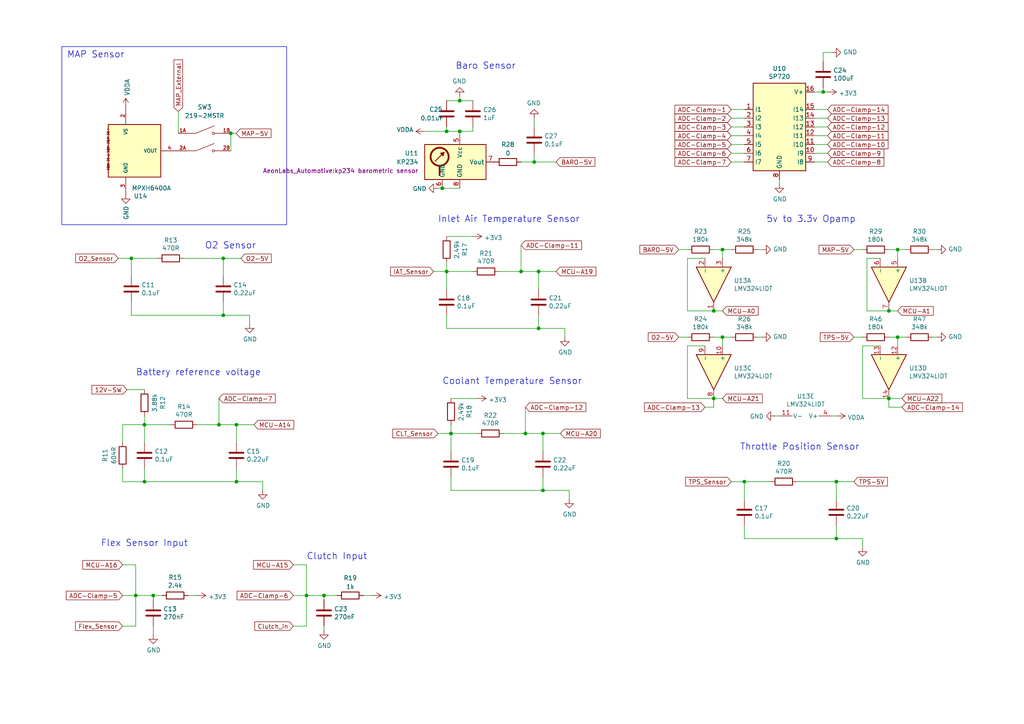
<source format=kicad_sch>
(kicad_sch (version 20230121) (generator eeschema)
  (paper "A4")
  (lib_symbols
    (symbol "AeonLabs_Automotive:KP234"
      (property "Reference" "U18" (at -10.8966 2.3114 0))
      (property "Value" "KP234" (at -10.8966 0 0))
      (property "Footprint" "AeonLabs_Automotive:kp234 barometric sensor" (at -10.8966 -2.3114 0))
      (symbol "KP234_0_1"
        (circle (center -5.842 1.524) (radius 2.6162) (stroke (width 0.508)))
        (polyline (pts (xy -7.112 0.254) (xy -4.572 2.794)) (stroke (width 0.254)))
        (polyline (pts (xy -5.842 -1.27) (xy -5.842 -3.81)) (stroke (width 0.508)))
        (polyline (pts (xy -4.572 2.794) (xy -4.826 1.778) (xy -5.588 2.54) (xy -4.572 2.794)) (stroke (width 0.254)) (fill (type outline)))
        (rectangle (start 7.62 5.08) (end -10.16 -5.08) (stroke (width 0.254)) (fill (type background)))
      )
      (symbol "KP234_1_1"
        (pin no_connect line (at 5.08 -5.08 90) (length 2.54) hide (name "NC") (number "1"))
        (pin no_connect line (at -7.62 -5.08 90) (length 2.54) hide (name "NC") (number "2"))
        (pin no_connect line (at -2.54 -5.08 90) (length 2.54) hide (name "NC") (number "4"))
        (pin power_in line (at 0 7.62 270) (length 2.54) (name "Vcc") (number "5"))
        (pin power_in line (at -5.08 -7.62 90) (length 2.54) (name "GND") (number "6"))
        (pin output line (at 10.16 0 180) (length 2.54) (name "Vout") (number "7"))
        (pin power_in line (at 0 -7.62 90) (length 2.54) (name "GND") (number "8"))
        (pin no_connect line (at 2.54 -5.08 90) (length 2.54) hide (name "NC") (number "8"))
      )
    )
    (symbol "AeonLabs_Sensors:MPXH6400A_MAP_Sensor" (pin_names (offset 1.016))
      (property "Reference" "U" (at -5.08 -15.24 0))
      (property "Value" "MPXH6400A" (at -5.08 -17.78 0))
      (symbol "MPXH6400A_MAP_Sensor_0_0"
        (rectangle (start -12.7 -12.7) (end 2.54 2.54) (stroke (width 0.254)) (fill (type background)))
        (pin no_connect line (at -12.7 0 0) (length 0) (name "~") (number "1"))
        (pin power_in line (at -7.62 7.62 270) (length 5.08) (name "VS") (number "2"))
        (pin power_in line (at -7.62 -17.78 90) (length 5.08) (name "GND") (number "3"))
        (pin output line (at 7.62 -5.08 180) (length 5.08) (name "VOUT") (number "4"))
        (pin no_connect line (at -12.7 -2.54 0) (length 0) (name "~") (number "5"))
        (pin no_connect line (at -12.7 -5.08 0) (length 0) (name "~") (number "6"))
        (pin no_connect line (at -12.7 -7.62 0) (length 0) (name "~") (number "7"))
        (pin no_connect line (at -12.7 -10.16 0) (length 0) (name "~") (number "8"))
      )
    )
    (symbol "AeonLabs_connectors:DIP_switch_2_toggle" (pin_names (offset 1.016))
      (property "Reference" "S" (at -2.54 5.08 0))
      (property "Value" "219-2MSTR" (at 5.08 13.97 0))
      (symbol "DIP_switch_2_toggle_0_0"
        (polyline (pts (xy -2.54 -2.54) (xy -5.08 -2.54)) (stroke (width 0.1524)))
        (polyline (pts (xy -2.54 -2.54) (xy 2.794 -0.4064)) (stroke (width 0.1524)))
        (polyline (pts (xy -2.54 2.54) (xy -5.08 2.54)) (stroke (width 0.1524)))
        (polyline (pts (xy -2.54 2.54) (xy 2.794 4.6736)) (stroke (width 0.1524)))
        (polyline (pts (xy 5.08 -2.54) (xy 2.921 -2.54)) (stroke (width 0.1524)))
        (polyline (pts (xy 5.08 2.54) (xy 2.921 2.54)) (stroke (width 0.1524)))
        (circle (center 2.54 -2.54) (radius 0.3302) (stroke (width 0.1524)))
        (circle (center 2.54 2.54) (radius 0.3302) (stroke (width 0.1524)))
        (pin passive line (at -7.62 2.54 0) (length 2.54) (name "~") (number "1A"))
        (pin passive line (at 7.62 2.54 180) (length 2.54) (name "~") (number "1B"))
        (pin passive line (at -7.62 -2.54 0) (length 2.54) (name "~") (number "2A"))
        (pin passive line (at 7.62 -2.54 180) (length 2.54) (name "~") (number "2B"))
      )
    )
    (symbol "Amplifier_Operational:LMV324" (pin_names (offset 0.127))
      (property "Reference" "U" (at 0 5.08 0))
      (property "Value" "LMV324" (at 0 -5.08 0))
      (symbol "LMV324_1_1"
        (polyline (pts (xy -5.08 5.08) (xy 5.08 0) (xy -5.08 -5.08) (xy -5.08 5.08)) (stroke (width 0.254)) (fill (type background)))
        (pin output line (at 7.62 0 180) (length 2.54) (name "~") (number "1"))
        (pin input line (at -7.62 -2.54 0) (length 2.54) (name "-") (number "2"))
        (pin input line (at -7.62 2.54 0) (length 2.54) (name "+") (number "3"))
      )
      (symbol "LMV324_2_1"
        (polyline (pts (xy -5.08 5.08) (xy 5.08 0) (xy -5.08 -5.08) (xy -5.08 5.08)) (stroke (width 0.254)) (fill (type background)))
        (pin input line (at -7.62 2.54 0) (length 2.54) (name "+") (number "5"))
        (pin input line (at -7.62 -2.54 0) (length 2.54) (name "-") (number "6"))
        (pin output line (at 7.62 0 180) (length 2.54) (name "~") (number "7"))
      )
      (symbol "LMV324_3_1"
        (polyline (pts (xy -5.08 5.08) (xy 5.08 0) (xy -5.08 -5.08) (xy -5.08 5.08)) (stroke (width 0.254)) (fill (type background)))
        (pin input line (at -7.62 2.54 0) (length 2.54) (name "+") (number "10"))
        (pin output line (at 7.62 0 180) (length 2.54) (name "~") (number "8"))
        (pin input line (at -7.62 -2.54 0) (length 2.54) (name "-") (number "9"))
      )
      (symbol "LMV324_4_1"
        (polyline (pts (xy -5.08 5.08) (xy 5.08 0) (xy -5.08 -5.08) (xy -5.08 5.08)) (stroke (width 0.254)) (fill (type background)))
        (pin input line (at -7.62 2.54 0) (length 2.54) (name "+") (number "12"))
        (pin input line (at -7.62 -2.54 0) (length 2.54) (name "-") (number "13"))
        (pin output line (at 7.62 0 180) (length 2.54) (name "~") (number "14"))
      )
      (symbol "LMV324_5_1"
        (pin power_in line (at -2.54 -7.62 90) (length 3.81) (name "V-") (number "11"))
        (pin power_in line (at -2.54 7.62 270) (length 3.81) (name "V+") (number "4"))
      )
    )
    (symbol "Device:C" (pin_numbers hide) (pin_names (offset 0.254))
      (property "Reference" "C" (at 0.635 2.54 0))
      (property "Value" "C" (at 0.635 -2.54 0))
      (symbol "C_0_1"
        (polyline (pts (xy -2.032 -0.762) (xy 2.032 -0.762)) (stroke (width 0.508)))
        (polyline (pts (xy -2.032 0.762) (xy 2.032 0.762)) (stroke (width 0.508)))
      )
      (symbol "C_1_1"
        (pin passive line (at 0 3.81 270) (length 2.794) (name "~") (number "1"))
        (pin passive line (at 0 -3.81 90) (length 2.794) (name "~") (number "2"))
      )
    )
    (symbol "Device:R" (pin_numbers hide) (pin_names (offset 0))
      (property "Reference" "R" (at 2.032 0 90))
      (property "Value" "R" (at 0 0 90))
      (symbol "R_0_1"
        (rectangle (start -1.016 -2.54) (end 1.016 2.54) (stroke (width 0.254)))
      )
      (symbol "R_1_1"
        (pin passive line (at 0 3.81 270) (length 1.27) (name "~") (number "1"))
        (pin passive line (at 0 -3.81 90) (length 1.27) (name "~") (number "2"))
      )
    )
    (symbol "IC_Automotive:SP720"
      (property "Reference" "U" (at 0 15.875 0))
      (property "Value" "SP720" (at 0 13.97 0))
      (symbol "SP720_0_1"
        (rectangle (start -7.62 -12.7) (end 7.62 12.7) (stroke (width 0.254)) (fill (type background)))
      )
      (symbol "SP720_1_1"
        (pin input line (at -10.16 5.08 0) (length 2.54) (name "I1") (number "1"))
        (pin input line (at 10.16 -7.62 180) (length 2.54) (name "I9") (number "10"))
        (pin input line (at 10.16 -5.08 180) (length 2.54) (name "I10") (number "11"))
        (pin input line (at 10.16 -2.54 180) (length 2.54) (name "I11") (number "12"))
        (pin input line (at 10.16 0 180) (length 2.54) (name "I12") (number "13"))
        (pin open_collector line (at 10.16 2.54 180) (length 2.54) (name "I13") (number "14"))
        (pin input line (at 10.16 5.08 180) (length 2.54) (name "I14") (number "15"))
        (pin power_in line (at 10.16 10.16 180) (length 2.54) (name "V+") (number "16"))
        (pin input line (at -10.16 2.54 0) (length 2.54) (name "I2") (number "2"))
        (pin input line (at -10.16 0 0) (length 2.54) (name "I3") (number "3"))
        (pin input line (at -10.16 -2.54 0) (length 2.54) (name "I4") (number "4"))
        (pin input line (at -10.16 -5.08 0) (length 2.54) (name "I5") (number "5"))
        (pin input line (at -10.16 -7.62 0) (length 2.54) (name "I6") (number "6"))
        (pin input line (at -10.16 -10.16 0) (length 2.54) (name "I7") (number "7"))
        (pin power_in line (at 0 -15.24 90) (length 2.54) (name "GND") (number "8"))
        (pin input line (at 10.16 -10.16 180) (length 2.54) (name "I8") (number "9"))
      )
    )
    (symbol "power:+3V3" (power) (pin_names (offset 0))
      (property "Value" "+3V3" (at 0 3.556 0))
      (symbol "+3V3_0_1"
        (polyline (pts (xy -0.762 1.27) (xy 0 2.54)))
        (polyline (pts (xy 0 0) (xy 0 2.54)))
        (polyline (pts (xy 0 2.54) (xy 0.762 1.27)))
      )
      (symbol "+3V3_1_1"
        (pin power_in line (at 0 0 90) (length 0) hide (name "+3V3") (number "1"))
      )
    )
    (symbol "power:GND" (power) (pin_names (offset 0))
      (property "Value" "GND" (at 0 -3.81 0))
      (symbol "GND_0_1"
        (polyline (pts (xy 0 0) (xy 0 -1.27) (xy 1.27 -1.27) (xy 0 -2.54) (xy -1.27 -1.27) (xy 0 -1.27)))
      )
      (symbol "GND_1_1"
        (pin power_in line (at 0 0 270) (length 0) hide (name "GND") (number "1"))
      )
    )
    (symbol "power:VDDA" (power) (pin_names (offset 0))
      (property "Value" "VDDA" (at 0 3.81 0))
      (symbol "VDDA_0_1"
        (polyline (pts (xy -0.762 1.27) (xy 0 2.54)))
        (polyline (pts (xy 0 0) (xy 0 2.54)))
        (polyline (pts (xy 0 2.54) (xy 0.762 1.27)))
      )
      (symbol "VDDA_1_1"
        (pin power_in line (at 0 0 90) (length 0) hide (name "VDDA") (number "1"))
      )
    )
  )
  (junction (at 133.35 29.21))
  (junction (at 38.1 74.93))
  (junction (at 238.76 26.67))
  (junction (at 207.01 115.57))
  (junction (at 130.81 125.73))
  (junction (at 151.13 78.74))
  (junction (at 93.98 172.72))
  (junction (at 129.54 78.74))
  (junction (at 129.54 38.1))
  (junction (at 128.27 54.61))
  (junction (at 64.77 74.93))
  (junction (at 209.55 72.39))
  (junction (at 39.37 172.72))
  (junction (at 63.5 123.19))
  (junction (at 242.57 156.21))
  (junction (at 152.4 125.73))
  (junction (at 156.21 95.25))
  (junction (at 154.94 46.99))
  (junction (at 156.21 78.74))
  (junction (at 157.48 142.24))
  (junction (at 44.45 172.72))
  (junction (at 260.35 72.39))
  (junction (at 215.9 139.7))
  (junction (at 157.48 125.73))
  (junction (at 88.9 172.72))
  (junction (at 68.58 139.7))
  (junction (at 257.81 90.17))
  (junction (at 257.81 115.57))
  (junction (at 133.35 38.1))
  (junction (at 242.57 139.7))
  (junction (at 207.01 90.17))
  (junction (at 64.77 91.44))
  (junction (at 41.91 139.7))
  (junction (at 41.91 123.19))
  (junction (at 66.9544 38.6588))
  (junction (at 209.55 97.79))
  (junction (at 260.35 97.79))
  (junction (at 68.58 123.19))
  (wire (pts (xy 44.45 172.72) (xy 39.37 172.72)))
  (wire (pts (xy 241.3 15.24) (xy 238.76 15.24)))
  (wire (pts (xy 151.13 46.99) (xy 154.94 46.99)))
  (wire (pts (xy 130.81 142.24) (xy 157.48 142.24)))
  (wire (pts (xy 257.81 97.79) (xy 260.35 97.79)))
  (wire (pts (xy 247.65 139.7) (xy 242.57 139.7)))
  (wire (pts (xy 199.39 100.33) (xy 199.39 115.57)))
  (wire (pts (xy 44.45 173.99) (xy 44.45 172.72)))
  (wire (pts (xy 57.15 123.19) (xy 63.5 123.19)))
  (wire (pts (xy 144.78 78.74) (xy 151.13 78.74)))
  (wire (pts (xy 66.9544 38.6588) (xy 66.9544 43.7388)))
  (wire (pts (xy 207.01 118.11) (xy 207.01 115.57)))
  (wire (pts (xy 236.22 44.45) (xy 240.03 44.45)))
  (wire (pts (xy 129.54 29.21) (xy 133.35 29.21)))
  (wire (pts (xy 157.48 125.73) (xy 157.48 130.81)))
  (wire (pts (xy 165.1 142.24) (xy 165.1 144.78)))
  (wire (pts (xy 261.62 115.57) (xy 257.81 115.57)))
  (wire (pts (xy 88.9 181.61) (xy 88.9 172.72)))
  (wire (pts (xy 73.66 123.19) (xy 68.58 123.19)))
  (wire (pts (xy 41.91 120.65) (xy 41.91 123.19)))
  (wire (pts (xy 240.03 41.91) (xy 236.22 41.91)))
  (wire (pts (xy 39.37 172.72) (xy 35.56 172.72)))
  (wire (pts (xy 76.2 139.7) (xy 76.2 142.24)))
  (wire (pts (xy 88.9 163.83) (xy 88.9 172.72)))
  (wire (pts (xy 85.09 172.72) (xy 88.9 172.72)))
  (wire (pts (xy 129.54 83.82) (xy 129.54 78.74)))
  (wire (pts (xy 215.9 44.45) (xy 212.09 44.45)))
  (wire (pts (xy 251.46 90.17) (xy 257.81 90.17)))
  (wire (pts (xy 68.58 135.89) (xy 68.58 139.7)))
  (wire (pts (xy 154.94 34.29) (xy 154.94 36.83)))
  (wire (pts (xy 251.46 74.93) (xy 251.46 90.17)))
  (wire (pts (xy 129.54 91.44) (xy 129.54 95.25)))
  (wire (pts (xy 93.98 172.72) (xy 97.79 172.72)))
  (wire (pts (xy 151.13 71.12) (xy 151.13 78.74)))
  (wire (pts (xy 231.14 139.7) (xy 242.57 139.7)))
  (wire (pts (xy 199.39 74.93) (xy 204.47 74.93)))
  (wire (pts (xy 215.9 139.7) (xy 223.52 139.7)))
  (wire (pts (xy 154.94 46.99) (xy 154.94 44.45)))
  (wire (pts (xy 162.56 125.73) (xy 157.48 125.73)))
  (wire (pts (xy 129.54 36.83) (xy 129.54 38.1)))
  (wire (pts (xy 39.37 163.83) (xy 39.37 172.72)))
  (wire (pts (xy 129.54 76.2) (xy 129.54 78.74)))
  (wire (pts (xy 53.34 74.93) (xy 64.77 74.93)))
  (wire (pts (xy 261.62 118.11) (xy 257.81 118.11)))
  (wire (pts (xy 209.55 90.17) (xy 207.01 90.17)))
  (wire (pts (xy 129.54 78.74) (xy 137.16 78.74)))
  (wire (pts (xy 156.21 78.74) (xy 156.21 83.82)))
  (wire (pts (xy 64.77 74.93) (xy 64.77 80.01)))
  (wire (pts (xy 130.81 125.73) (xy 138.43 125.73)))
  (wire (pts (xy 270.51 97.79) (xy 271.78 97.79)))
  (wire (pts (xy 39.37 181.61) (xy 39.37 172.72)))
  (wire (pts (xy 209.55 74.93) (xy 209.55 72.39)))
  (wire (pts (xy 35.56 163.83) (xy 39.37 163.83)))
  (wire (pts (xy 93.98 173.99) (xy 93.98 172.72)))
  (wire (pts (xy 137.16 68.58) (xy 129.54 68.58)))
  (wire (pts (xy 260.35 100.33) (xy 260.35 97.79)))
  (wire (pts (xy 250.19 100.33) (xy 250.19 115.57)))
  (wire (pts (xy 38.1 87.63) (xy 38.1 91.44)))
  (wire (pts (xy 51.7144 32.3088) (xy 51.7144 38.6588)))
  (wire (pts (xy 204.47 118.11) (xy 207.01 118.11)))
  (wire (pts (xy 260.35 72.39) (xy 262.89 72.39)))
  (wire (pts (xy 68.58 139.7) (xy 76.2 139.7)))
  (wire (pts (xy 68.58 123.19) (xy 68.58 128.27)))
  (wire (pts (xy 260.35 72.39) (xy 257.81 72.39)))
  (wire (pts (xy 247.65 97.79) (xy 250.19 97.79)))
  (wire (pts (xy 63.5 115.57) (xy 63.5 123.19)))
  (wire (pts (xy 215.9 156.21) (xy 242.57 156.21)))
  (wire (pts (xy 209.55 72.39) (xy 212.09 72.39)))
  (wire (pts (xy 64.77 87.63) (xy 64.77 91.44)))
  (wire (pts (xy 163.83 95.25) (xy 163.83 97.79)))
  (wire (pts (xy 207.01 90.17) (xy 199.39 90.17)))
  (wire (pts (xy 250.19 115.57) (xy 257.81 115.57)))
  (wire (pts (xy 220.98 72.39) (xy 219.71 72.39)))
  (wire (pts (xy 41.91 139.7) (xy 68.58 139.7)))
  (wire (pts (xy 85.09 181.61) (xy 88.9 181.61)))
  (wire (pts (xy 204.47 100.33) (xy 199.39 100.33)))
  (wire (pts (xy 46.99 172.72) (xy 44.45 172.72)))
  (wire (pts (xy 44.45 184.15) (xy 44.45 181.61)))
  (wire (pts (xy 130.81 138.43) (xy 130.81 142.24)))
  (wire (pts (xy 35.56 123.19) (xy 41.91 123.19)))
  (wire (pts (xy 242.57 152.4) (xy 242.57 156.21)))
  (wire (pts (xy 41.91 128.27) (xy 41.91 123.19)))
  (wire (pts (xy 41.91 135.89) (xy 41.91 139.7)))
  (wire (pts (xy 242.57 156.21) (xy 250.19 156.21)))
  (wire (pts (xy 35.56 139.7) (xy 41.91 139.7)))
  (wire (pts (xy 137.16 36.83) (xy 137.16 38.1)))
  (wire (pts (xy 196.85 72.39) (xy 199.39 72.39)))
  (wire (pts (xy 138.43 115.57) (xy 130.81 115.57)))
  (wire (pts (xy 240.03 31.75) (xy 236.22 31.75)))
  (wire (pts (xy 157.48 138.43) (xy 157.48 142.24)))
  (wire (pts (xy 212.09 36.83) (xy 215.9 36.83)))
  (wire (pts (xy 215.9 144.78) (xy 215.9 139.7)))
  (wire (pts (xy 36.83 113.03) (xy 41.91 113.03)))
  (wire (pts (xy 69.85 74.93) (xy 64.77 74.93)))
  (wire (pts (xy 151.13 78.74) (xy 156.21 78.74)))
  (wire (pts (xy 125.73 78.74) (xy 129.54 78.74)))
  (wire (pts (xy 34.29 74.93) (xy 38.1 74.93)))
  (wire (pts (xy 215.9 152.4) (xy 215.9 156.21)))
  (wire (pts (xy 209.55 72.39) (xy 207.01 72.39)))
  (wire (pts (xy 199.39 115.57) (xy 207.01 115.57)))
  (wire (pts (xy 260.35 90.17) (xy 257.81 90.17)))
  (wire (pts (xy 54.61 172.72) (xy 57.15 172.72)))
  (wire (pts (xy 238.76 15.24) (xy 238.76 17.78)))
  (wire (pts (xy 38.1 91.44) (xy 64.77 91.44)))
  (wire (pts (xy 156.21 95.25) (xy 163.83 95.25)))
  (wire (pts (xy 127 54.61) (xy 128.27 54.61)))
  (wire (pts (xy 128.27 54.61) (xy 133.35 54.61)))
  (wire (pts (xy 130.81 123.19) (xy 130.81 125.73)))
  (wire (pts (xy 85.09 163.83) (xy 88.9 163.83)))
  (wire (pts (xy 156.21 91.44) (xy 156.21 95.25)))
  (wire (pts (xy 157.48 142.24) (xy 165.1 142.24)))
  (wire (pts (xy 133.35 29.21) (xy 137.16 29.21)))
  (wire (pts (xy 226.06 53.34) (xy 226.06 52.07)))
  (wire (pts (xy 127 125.73) (xy 130.81 125.73)))
  (wire (pts (xy 35.56 181.61) (xy 39.37 181.61)))
  (wire (pts (xy 152.4 125.73) (xy 157.48 125.73)))
  (wire (pts (xy 35.56 128.27) (xy 35.56 123.19)))
  (wire (pts (xy 199.39 90.17) (xy 199.39 74.93)))
  (wire (pts (xy 240.03 36.83) (xy 236.22 36.83)))
  (wire (pts (xy 215.9 34.29) (xy 212.09 34.29)))
  (wire (pts (xy 93.98 181.61) (xy 93.98 182.88)))
  (wire (pts (xy 238.76 25.4) (xy 238.76 26.67)))
  (wire (pts (xy 212.09 46.99) (xy 215.9 46.99)))
  (wire (pts (xy 152.4 118.11) (xy 152.4 125.73)))
  (wire (pts (xy 236.22 39.37) (xy 240.03 39.37)))
  (wire (pts (xy 146.05 125.73) (xy 152.4 125.73)))
  (wire (pts (xy 236.22 34.29) (xy 240.03 34.29)))
  (wire (pts (xy 133.35 29.21) (xy 133.35 27.94)))
  (wire (pts (xy 196.85 97.79) (xy 199.39 97.79)))
  (wire (pts (xy 260.35 74.93) (xy 260.35 72.39)))
  (wire (pts (xy 154.94 46.99) (xy 161.29 46.99)))
  (wire (pts (xy 105.41 172.72) (xy 107.95 172.72)))
  (wire (pts (xy 129.54 95.25) (xy 156.21 95.25)))
  (wire (pts (xy 260.35 97.79) (xy 262.89 97.79)))
  (wire (pts (xy 250.19 156.21) (xy 250.19 158.75)))
  (wire (pts (xy 240.03 46.99) (xy 236.22 46.99)))
  (wire (pts (xy 41.91 123.19) (xy 49.53 123.19)))
  (wire (pts (xy 242.57 139.7) (xy 242.57 144.78)))
  (wire (pts (xy 209.55 100.33) (xy 209.55 97.79)))
  (wire (pts (xy 130.81 130.81) (xy 130.81 125.73)))
  (wire (pts (xy 129.54 38.1) (xy 133.35 38.1)))
  (wire (pts (xy 161.29 78.74) (xy 156.21 78.74)))
  (wire (pts (xy 242.57 120.65) (xy 241.3 120.65)))
  (wire (pts (xy 215.9 39.37) (xy 212.09 39.37)))
  (wire (pts (xy 209.55 115.57) (xy 207.01 115.57)))
  (wire (pts (xy 64.77 91.44) (xy 72.39 91.44)))
  (wire (pts (xy 38.1 80.01) (xy 38.1 74.93)))
  (wire (pts (xy 72.39 91.44) (xy 72.39 93.98)))
  (wire (pts (xy 247.65 72.39) (xy 250.19 72.39)))
  (wire (pts (xy 38.1 74.93) (xy 45.72 74.93)))
  (wire (pts (xy 123.19 38.1) (xy 129.54 38.1)))
  (wire (pts (xy 35.56 135.89) (xy 35.56 139.7)))
  (wire (pts (xy 66.9544 38.6588) (xy 68.5038 38.6588)))
  (wire (pts (xy 133.35 38.1) (xy 133.35 39.37)))
  (wire (pts (xy 137.16 38.1) (xy 133.35 38.1)))
  (wire (pts (xy 220.98 97.79) (xy 219.71 97.79)))
  (wire (pts (xy 88.9 172.72) (xy 93.98 172.72)))
  (wire (pts (xy 224.79 120.65) (xy 226.06 120.65)))
  (wire (pts (xy 257.81 118.11) (xy 257.81 115.57)))
  (wire (pts (xy 240.03 26.67) (xy 238.76 26.67)))
  (wire (pts (xy 212.09 41.91) (xy 215.9 41.91)))
  (wire (pts (xy 271.78 72.39) (xy 270.51 72.39)))
  (wire (pts (xy 212.09 139.7) (xy 215.9 139.7)))
  (wire (pts (xy 212.09 31.75) (xy 215.9 31.75)))
  (wire (pts (xy 255.27 100.33) (xy 250.19 100.33)))
  (wire (pts (xy 63.5 123.19) (xy 68.58 123.19)))
  (wire (pts (xy 238.76 26.67) (xy 236.22 26.67)))
  (wire (pts (xy 209.55 97.79) (xy 212.09 97.79)))
  (wire (pts (xy 209.55 97.79) (xy 207.01 97.79)))
  (wire (pts (xy 255.27 74.93) (xy 251.46 74.93)))
  (rectangle (start 17.9324 13.5128) (end 83.1342 65.1764))
  (text "5v to 3.3v Opamp" (at 222.25 64.77 0) (effects (font (size 1.8796 1.8796)) (justify left bottom)))
  (text "Inlet Air Temperature Sensor" (at 127 64.77 0) (effects (font (size 1.8796 1.8796)) (justify left bottom)))
  (text "Battery reference voltage" (at 39.37 109.22 0) (effects (font (size 1.8796 1.8796)) (justify left bottom)))
  (text "Flex Sensor Input" (at 29.21 158.75 0) (effects (font (size 1.8796 1.8796)) (justify left bottom)))
  (text "Coolant Temperature Sensor" (at 128.27 111.76 0) (effects (font (size 1.8796 1.8796)) (justify left bottom)))
  (text "Throttle Position Sensor" (at 214.63 130.81 0) (effects (font (size 1.8796 1.8796)) (justify left bottom)))
  (text "Baro Sensor" (at 132.08 20.32 0) (effects (font (size 1.8796 1.8796)) (justify left bottom)))
  (text "Clutch Input" (at 88.9 162.56 0) (effects (font (size 1.8796 1.8796)) (justify left bottom)))
  (text "MAP Sensor" (at 19.4056 17.0434 0) (effects (font (size 1.8796 1.8796)) (justify left bottom)))
  (text "O2 Sensor" (at 59.436 72.4408 0) (effects (font (size 1.8796 1.8796)) (justify left bottom)))
  (global_label "TPS-5V" (shape input) (at 247.65 139.7 0) (property "Intersheetrefs" "${INTERSHEET_REFS}" (effects hide)))
  (global_label "O2_Sensor" (shape input) (at 34.29 74.93 180) (property "Intersheetrefs" "${INTERSHEET_REFS}" (effects hide)))
  (global_label "ADC-Clamp-14" (shape input) (at 261.62 118.11 0) (property "Intersheetrefs" "${INTERSHEET_REFS}" (effects hide)))
  (global_label "MCU-A15" (shape input) (at 85.09 163.83 180) (property "Intersheetrefs" "${INTERSHEET_REFS}" (effects hide)))
  (global_label "ADC-Clamp-12" (shape input) (at 240.03 36.83 0) (property "Intersheetrefs" "${INTERSHEET_REFS}" (effects hide)))
  (global_label "ADC-Clamp-7" (shape input) (at 212.09 46.99 180) (property "Intersheetrefs" "${INTERSHEET_REFS}" (effects hide)))
  (global_label "ADC-Clamp-3" (shape input) (at 212.09 36.83 180) (property "Intersheetrefs" "${INTERSHEET_REFS}" (effects hide)))
  (global_label "MCU-A21" (shape input) (at 209.55 115.57 0) (property "Intersheetrefs" "${INTERSHEET_REFS}" (effects hide)))
  (global_label "ADC-Clamp-2" (shape input) (at 212.09 34.29 180) (property "Intersheetrefs" "${INTERSHEET_REFS}" (effects hide)))
  (global_label "TPS-5V" (shape input) (at 247.65 97.79 180) (property "Intersheetrefs" "${INTERSHEET_REFS}" (effects hide)))
  (global_label "MCU-A19" (shape input) (at 161.29 78.74 0) (property "Intersheetrefs" "${INTERSHEET_REFS}" (effects hide)))
  (global_label "TPS_Sensor" (shape input) (at 212.09 139.7 180) (property "Intersheetrefs" "${INTERSHEET_REFS}" (effects hide)))
  (global_label "ADC-Clamp-8" (shape input) (at 240.03 46.99 0) (property "Intersheetrefs" "${INTERSHEET_REFS}" (effects hide)))
  (global_label "ADC-Clamp-13" (shape input) (at 204.47 118.11 180) (property "Intersheetrefs" "${INTERSHEET_REFS}" (effects hide)))
  (global_label "MAP-5V" (shape input) (at 247.65 72.39 180) (property "Intersheetrefs" "${INTERSHEET_REFS}" (effects hide)))
  (global_label "Flex_Sensor" (shape input) (at 35.56 181.61 180) (property "Intersheetrefs" "${INTERSHEET_REFS}" (effects hide)))
  (global_label "MCU-A22" (shape input) (at 261.62 115.57 0) (property "Intersheetrefs" "${INTERSHEET_REFS}" (effects hide)))
  (global_label "MAP_External" (shape input) (at 51.7144 32.3088 90) (property "Intersheetrefs" "${INTERSHEET_REFS}" (effects hide)))
  (global_label "ADC-Clamp-1" (shape input) (at 212.09 31.75 180) (property "Intersheetrefs" "${INTERSHEET_REFS}" (effects hide)))
  (global_label "12V-SW" (shape input) (at 36.83 113.03 180) (property "Intersheetrefs" "${INTERSHEET_REFS}" (effects hide)))
  (global_label "ADC-Clamp-10" (shape input) (at 240.03 41.91 0) (property "Intersheetrefs" "${INTERSHEET_REFS}" (effects hide)))
  (global_label "ADC-Clamp-6" (shape input) (at 212.09 44.45 180) (property "Intersheetrefs" "${INTERSHEET_REFS}" (effects hide)))
  (global_label "MCU-A20" (shape input) (at 162.56 125.73 0) (property "Intersheetrefs" "${INTERSHEET_REFS}" (effects hide)))
  (global_label "IAT_Sensor" (shape input) (at 125.73 78.74 180) (property "Intersheetrefs" "${INTERSHEET_REFS}" (effects hide)))
  (global_label "ADC-Clamp-9" (shape input) (at 240.03 44.45 0) (property "Intersheetrefs" "${INTERSHEET_REFS}" (effects hide)))
  (global_label "Clutch_in" (shape input) (at 85.09 181.61 180) (property "Intersheetrefs" "${INTERSHEET_REFS}" (effects hide)))
  (global_label "ADC-Clamp-7" (shape input) (at 63.5 115.57 0) (property "Intersheetrefs" "${INTERSHEET_REFS}" (effects hide)))
  (global_label "O2-5V" (shape input) (at 69.85 74.93 0) (property "Intersheetrefs" "${INTERSHEET_REFS}" (effects hide)))
  (global_label "ADC-Clamp-6" (shape input) (at 85.09 172.72 180) (property "Intersheetrefs" "${INTERSHEET_REFS}" (effects hide)))
  (global_label "O2-5V" (shape input) (at 196.85 97.79 180) (property "Intersheetrefs" "${INTERSHEET_REFS}" (effects hide)))
  (global_label "MCU-A0" (shape input) (at 209.55 90.17 0) (property "Intersheetrefs" "${INTERSHEET_REFS}" (effects hide)))
  (global_label "MAP-5V" (shape input) (at 68.5038 38.6588 0) (property "Intersheetrefs" "${INTERSHEET_REFS}" (effects hide)))
  (global_label "ADC-Clamp-5" (shape input) (at 212.09 41.91 180) (property "Intersheetrefs" "${INTERSHEET_REFS}" (effects hide)))
  (global_label "ADC-Clamp-4" (shape input) (at 212.09 39.37 180) (property "Intersheetrefs" "${INTERSHEET_REFS}" (effects hide)))
  (global_label "ADC-Clamp-12" (shape input) (at 152.4 118.11 0) (property "Intersheetrefs" "${INTERSHEET_REFS}" (effects hide)))
  (global_label "CLT_Sensor" (shape input) (at 127 125.73 180) (property "Intersheetrefs" "${INTERSHEET_REFS}" (effects hide)))
  (global_label "ADC-Clamp-13" (shape input) (at 240.03 34.29 0) (property "Intersheetrefs" "${INTERSHEET_REFS}" (effects hide)))
  (global_label "MCU-A1" (shape input) (at 260.35 90.17 0) (property "Intersheetrefs" "${INTERSHEET_REFS}" (effects hide)))
  (global_label "BARO-5V" (shape input) (at 161.29 46.99 0) (property "Intersheetrefs" "${INTERSHEET_REFS}" (effects hide)))
  (global_label "ADC-Clamp-11" (shape input) (at 151.13 71.12 0) (property "Intersheetrefs" "${INTERSHEET_REFS}" (effects hide)))
  (global_label "MCU-A16" (shape input) (at 35.56 163.83 180) (property "Intersheetrefs" "${INTERSHEET_REFS}" (effects hide)))
  (global_label "ADC-Clamp-14" (shape input) (at 240.03 31.75 0) (property "Intersheetrefs" "${INTERSHEET_REFS}" (effects hide)))
  (global_label "MCU-A14" (shape input) (at 73.66 123.19 0) (property "Intersheetrefs" "${INTERSHEET_REFS}" (effects hide)))
  (global_label "ADC-Clamp-5" (shape input) (at 35.56 172.72 180) (property "Intersheetrefs" "${INTERSHEET_REFS}" (effects hide)))
  (global_label "BARO-5V" (shape input) (at 196.85 72.39 180) (property "Intersheetrefs" "${INTERSHEET_REFS}" (effects hide)))
  (global_label "ADC-Clamp-11" (shape input) (at 240.03 39.37 0) (property "Intersheetrefs" "${INTERSHEET_REFS}" (effects hide)))
  (symbol (lib_id "power:GND") (at 72.39 93.98 0) (unit 1)
    (property "Reference" "#PWR0129" (effects hide))
    (property "Value" "GND" (at 72.517 98.3742 0))
  )
  (symbol (lib_id "Device:C") (at 129.54 87.63 0) (unit 1)
    (property "Reference" "C18" (at 132.461 86.4616 0) (effects (justify left)))
    (property "Value" "0.1uF" (at 132.461 88.773 0) (effects (justify left)))
    (property "Footprint" "Capacitor_SMD:C_0603_1608Metric" (effects hide))
    (property "Digikey Part Number" "311-1140-1-ND" (effects hide))
    (property "Manufacturer_Name" "Yageo" (effects hide))
    (property "Manufacturer_Part_Number" "CC0805KRX7R9BB104" (effects hide))
    (property "URL" "https://www.digikey.com.au/product-detail/en/yageo/CC0805KRX7R9BB104/311-1140-1-ND/303050" (effects hide))
  )
  (symbol (lib_id "Device:C") (at 64.77 83.82 0) (unit 1)
    (property "Reference" "C14" (at 67.691 82.6516 0) (effects (justify left)))
    (property "Value" "0.22uF" (at 67.691 84.963 0) (effects (justify left)))
    (property "Footprint" "Capacitor_SMD:C_0805_2012Metric" (effects hide))
    (property "Digikey Part Number" "1276-1284-1-ND" (effects hide))
    (property "Manufacturer_Name" "Samsung" (effects hide))
    (property "Manufacturer_Part_Number" "CL21B224KOCNNNC" (effects hide))
    (property "URL" "https://www.digikey.com/product-detail/en/samsung-electro-mechanics-america-inc/CL21B224KOCNNNC/1276-1284-1-ND/3889370" (effects hide))
  )
  (symbol (lib_id "Device:C") (at 38.1 83.82 0) (unit 1)
    (property "Reference" "C11" (at 41.021 82.6516 0) (effects (justify left)))
    (property "Value" "0.1uF" (at 41.021 84.963 0) (effects (justify left)))
    (property "Footprint" "Capacitor_SMD:C_0805_2012Metric" (effects hide))
    (property "Digikey Part Number" "311-1140-1-ND" (effects hide))
    (property "Manufacturer_Name" "Yageo" (effects hide))
    (property "Manufacturer_Part_Number" "CC0805KRX7R9BB104" (effects hide))
    (property "URL" "https://www.digikey.com.au/product-detail/en/yageo/CC0805KRX7R9BB104/311-1140-1-ND/303050" (effects hide))
  )
  (symbol (lib_id "Device:C") (at 242.57 148.59 0) (unit 1)
    (property "Reference" "C20" (at 245.491 147.4216 0) (effects (justify left)))
    (property "Value" "0.22uF" (at 245.491 149.733 0) (effects (justify left)))
    (property "Footprint" "Capacitor_SMD:C_0805_2012Metric" (effects hide))
    (property "Digikey Part Number" "1276-1284-1-ND" (effects hide))
    (property "Manufacturer_Name" "Samsung" (effects hide))
    (property "Manufacturer_Part_Number" "CL21B224KOCNNNC" (effects hide))
    (property "URL" "https://www.digikey.com/product-detail/en/samsung-electro-mechanics-america-inc/CL21B224KOCNNNC/1276-1284-1-ND/3889370" (effects hide))
  )
  (symbol (lib_id "Device:C") (at 215.9 148.59 0) (unit 1)
    (property "Reference" "C17" (at 218.821 147.4216 0) (effects (justify left)))
    (property "Value" "0.1uF" (at 218.821 149.733 0) (effects (justify left)))
    (property "Footprint" "Capacitor_SMD:C_0805_2012Metric" (effects hide))
    (property "Digikey Part Number" "311-1140-1-ND" (effects hide))
    (property "Manufacturer_Name" "Yageo" (effects hide))
    (property "Manufacturer_Part_Number" "CC0805KRX7R9BB104" (effects hide))
    (property "URL" "https://www.digikey.com.au/product-detail/en/yageo/CC0805KRX7R9BB104/311-1140-1-ND/303050" (effects hide))
  )
  (symbol (lib_id "power:GND") (at 250.19 158.75 0) (unit 1)
    (property "Reference" "#PWR0130" (effects hide))
    (property "Value" "GND" (at 250.317 163.1442 0))
  )
  (symbol (lib_id "power:GND") (at 163.83 97.79 0) (unit 1)
    (property "Reference" "#PWR0131" (effects hide))
    (property "Value" "GND" (at 163.957 102.1842 0))
  )
  (symbol (lib_id "Device:R") (at 129.54 72.39 180) (unit 1)
    (property "Reference" "R17" (at 134.7978 72.39 90))
    (property "Value" "2.49k" (at 132.4864 72.39 90))
    (property "Footprint" "Resistor_SMD:R_0603_1608Metric" (effects hide))
    (property "Digikey Part Number" "YAG1854CT-ND" (effects hide))
    (property "Manufacturer_Name" "Yageo" (effects hide))
    (property "Manufacturer_Part_Number" "RT0805BRD072K49L" (effects hide))
    (property "Tolerance" "0.1%" (effects hide))
    (property "URL" "https://www.digikey.com/product-detail/en/yageo/RT0805BRD072K49L/YAG1854CT-ND/5139302" (effects hide))
  )
  (symbol (lib_id "Device:R") (at 142.24 125.73 270) (unit 1)
    (property "Reference" "R22" (at 142.24 120.4722 90))
    (property "Value" "470R" (at 142.24 122.7836 90))
    (property "Footprint" "Resistor_SMD:R_0603_1608Metric" (effects hide))
    (property "Digikey Part Number" "P470CCT-ND" (effects hide))
    (property "Manufacturer_Name" "Panasonic" (effects hide))
    (property "Manufacturer_Part_Number" "ERJ-6ENF4700V" (effects hide))
    (property "URL" "https://www.digikey.com/product-detail/en/panasonic-electronic-components/ERJ-6ENF4700V/P470CCT-ND/1746871" (effects hide))
  )
  (symbol (lib_id "Device:C") (at 157.48 134.62 0) (unit 1)
    (property "Reference" "C22" (at 160.401 133.4516 0) (effects (justify left)))
    (property "Value" "0.22uF" (at 160.401 135.763 0) (effects (justify left)))
    (property "Footprint" "Capacitor_SMD:C_0603_1608Metric" (effects hide))
    (property "Digikey Part Number" "1276-1284-1-ND" (effects hide))
    (property "Manufacturer_Name" "Samsung" (effects hide))
    (property "Manufacturer_Part_Number" "CL21B224KOCNNNC" (effects hide))
    (property "URL" "https://www.digikey.com/product-detail/en/samsung-electro-mechanics-america-inc/CL21B224KOCNNNC/1276-1284-1-ND/3889370" (effects hide))
  )
  (symbol (lib_id "Device:C") (at 130.81 134.62 0) (unit 1)
    (property "Reference" "C19" (at 133.731 133.4516 0) (effects (justify left)))
    (property "Value" "0.1uF" (at 133.731 135.763 0) (effects (justify left)))
    (property "Footprint" "Capacitor_SMD:C_0603_1608Metric" (effects hide))
    (property "Digikey Part Number" "311-1140-1-ND" (effects hide))
    (property "Manufacturer_Name" "Yageo" (effects hide))
    (property "Manufacturer_Part_Number" "CC0805KRX7R9BB104" (effects hide))
    (property "URL" "https://www.digikey.com.au/product-detail/en/yageo/CC0805KRX7R9BB104/311-1140-1-ND/303050" (effects hide))
  )
  (symbol (lib_id "Device:R") (at 101.6 172.72 90) (unit 1)
    (property "Reference" "R19" (at 101.6 167.64 90))
    (property "Value" "1k" (at 101.6 170.18 90))
    (property "Footprint" "Resistor_SMD:R_0603_1608Metric" (effects hide))
    (property "Digikey Part Number" "311-1.00KCRCT-ND" (effects hide))
    (property "Manufacturer_Name" "Yageo" (effects hide))
    (property "Manufacturer_Part_Number" "RC0805FR-071KL" (effects hide))
    (property "URL" "https://www.digikey.com/product-detail/en/yageo/RC0805FR-071KL/311-1.00KCRCT-ND/730391" (effects hide))
  )
  (symbol (lib_id "Device:C") (at 44.45 177.8 0) (unit 1)
    (property "Reference" "C13" (at 47.371 176.6316 0) (effects (justify left)))
    (property "Value" "270nF" (at 47.371 178.943 0) (effects (justify left)))
    (property "Footprint" "Capacitor_SMD:C_0603_1608Metric" (effects hide))
    (property "Digikey Part Number" "311-4268-1-ND" (effects hide))
    (property "Manufacturer_Name" "Yageo" (effects hide))
    (property "Manufacturer_Part_Number" "CC0805JRX7R7BB274" (effects hide))
    (property "URL" "https://www.digikey.com.au/product-detail/en/yageo/CC0805JRX7R7BB274/311-4268-1-ND/8025357" (effects hide))
  )
  (symbol (lib_id "Device:C") (at 137.16 33.02 0) (unit 1)
    (property "Reference" "C26" (at 140.081 31.8516 0) (effects (justify left)))
    (property "Value" "1uF" (at 140.081 34.163 0) (effects (justify left)))
    (property "Footprint" "Capacitor_SMD:C_0805_2012Metric" (effects hide))
    (property "Digikey Part Number" "311-1365-1-ND" (effects hide))
    (property "Manufacturer_Name" "Yageo" (effects hide))
    (property "Manufacturer_Part_Number" "CC0805KKX7R7BB105" (effects hide))
    (property "URL" "https://www.digikey.com/product-detail/en/yageo/CC0805KKX7R7BB105/311-1365-1-ND/2103149" (effects hide))
  )
  (symbol (lib_id "power:GND") (at 133.35 27.94 180) (unit 1)
    (property "Reference" "#PWR0147" (effects hide))
    (property "Value" "GND" (at 133.223 23.5458 0))
  )
  (symbol (lib_id "power:+3V3") (at 138.43 115.57 270) (unit 1)
    (property "Reference" "#PWR0143" (effects hide))
    (property "Value" "+3V3" (at 141.6812 115.951 90) (effects (justify left)))
  )
  (symbol (lib_id "power:+3V3") (at 137.16 68.58 270) (unit 1)
    (property "Reference" "#PWR0159" (effects hide))
    (property "Value" "+3V3" (at 140.4112 68.961 90) (effects (justify left)))
  )
  (symbol (lib_id "Device:R") (at 203.2 72.39 270) (unit 1)
    (property "Reference" "R23" (at 203.2 67.1322 90))
    (property "Value" "180k" (at 203.2 69.4436 90))
    (property "Footprint" "Resistor_SMD:R_0805_2012Metric" (effects hide))
    (property "Digikey Part Number" "311-180KCRCT-ND" (effects hide))
    (property "Manufacturer_Name" "Yageo" (effects hide))
    (property "Manufacturer_Part_Number" "RC0805FR-07180KL" (effects hide))
    (property "URL" "https://www.digikey.com.au/product-detail/en/yageo/RC0805FR-07180KL/311-180KCRCT-ND/730597" (effects hide))
  )
  (symbol (lib_id "power:GND") (at 220.98 72.39 90) (unit 1)
    (property "Reference" "#PWR0160" (effects hide))
    (property "Value" "GND" (at 224.2312 72.263 90) (effects (justify right)))
  )
  (symbol (lib_id "Device:R") (at 266.7 72.39 270) (unit 1)
    (property "Reference" "R30" (at 266.7 67.1322 90))
    (property "Value" "348k" (at 266.7 69.4436 90))
    (property "Footprint" "Resistor_SMD:R_0805_2012Metric" (effects hide))
    (property "Digikey Part Number" "P348KCDKR-ND" (effects hide))
    (property "Manufacturer_Name" "Panasonic" (effects hide))
    (property "Manufacturer_Part_Number" "ERJ-6ENF3483V" (effects hide))
    (property "URL" "https://www.digikey.com.au/product-detail/en/panasonic-electronic-components/ERJ-6ENF3483V/P348KCDKR-ND/576673" (effects hide))
  )
  (symbol (lib_id "power:GND") (at 271.78 72.39 90) (unit 1)
    (property "Reference" "#PWR0163" (effects hide))
    (property "Value" "GND" (at 275.0312 72.263 90) (effects (justify right)))
  )
  (symbol (lib_id "Device:R") (at 203.2 97.79 270) (unit 1)
    (property "Reference" "R24" (at 203.2 92.5322 90))
    (property "Value" "180k" (at 203.2 94.8436 90))
    (property "Footprint" "Resistor_SMD:R_0805_2012Metric" (effects hide))
    (property "Digikey Part Number" "311-180KCRCT-ND" (effects hide))
    (property "Manufacturer_Name" "Yageo" (effects hide))
    (property "Manufacturer_Part_Number" "RC0805FR-07180KL" (effects hide))
    (property "URL" "https://www.digikey.com.au/product-detail/en/yageo/RC0805FR-07180KL/311-180KCRCT-ND/730597" (effects hide))
  )
  (symbol (lib_id "IC_Automotive:SP720") (at 226.06 36.83 0) (unit 1)
    (property "Reference" "U10" (at 226.06 19.8882 0))
    (property "Value" "SP720" (at 226.06 22.1996 0))
    (property "Footprint" "Package_SO:SOIC-16_3.9x9.9mm_P1.27mm" (effects hide))
    (property "Datasheet" "https://m.littelfuse.com/~/media/electronics/datasheets/tvs_diode_arrays/littelfuse_tvs_diode_array_sp720_datasheet.pdf.pdf" (effects hide))
    (property "Digikey Part Number" "F3162CT-ND" (effects hide))
    (property "Manufacturer_Name" "Littelfuse" (effects hide))
    (property "Manufacturer_Part_Number" "SP720ABTG" (effects hide))
    (property "URL" "https://www.digikey.com/product-detail/en/littelfuse-inc/SP720ABTG/F3162CT-ND/1984458" (effects hide))
  )
  (symbol (lib_id "power:GND") (at 226.06 53.34 0) (unit 1)
    (property "Reference" "#PWR0128" (effects hide))
    (property "Value" "GND" (at 226.187 57.7342 0))
  )
  (symbol (lib_id "Device:R") (at 130.81 119.38 180) (unit 1)
    (property "Reference" "R18" (at 136.0678 119.38 90))
    (property "Value" "2.49k" (at 133.7564 119.38 90))
    (property "Footprint" "Resistor_SMD:R_0603_1608Metric" (effects hide))
    (property "Digikey Part Number" "YAG1854CT-ND" (effects hide))
    (property "Manufacturer_Name" "Yageo" (effects hide))
    (property "Manufacturer_Part_Number" "RT0805BRD072K49L" (effects hide))
    (property "Tolerance" "0.1%" (effects hide))
    (property "URL" "https://www.digikey.com/product-detail/en/yageo/RT0805BRD072K49L/YAG1854CT-ND/5139302" (effects hide))
  )
  (symbol (lib_id "Device:R") (at 53.34 123.19 270) (unit 1)
    (property "Reference" "R14" (at 53.34 117.9322 90))
    (property "Value" "470R" (at 53.34 120.2436 90))
    (property "Footprint" "Resistor_SMD:R_0805_2012Metric" (effects hide))
    (property "Digikey Part Number" "P470CCT-ND" (effects hide))
    (property "Manufacturer_Name" "Panasonic" (effects hide))
    (property "Manufacturer_Part_Number" "ERJ-6ENF4700V" (effects hide))
    (property "URL" "https://www.digikey.com/product-detail/en/panasonic-electronic-components/ERJ-6ENF4700V/P470CCT-ND/1746871" (effects hide))
  )
  (symbol (lib_id "Device:C") (at 68.58 132.08 0) (unit 1)
    (property "Reference" "C15" (at 71.501 130.9116 0) (effects (justify left)))
    (property "Value" "0.22uF" (at 71.501 133.223 0) (effects (justify left)))
    (property "Footprint" "Capacitor_SMD:C_0805_2012Metric" (effects hide))
    (property "Digikey Part Number" "1276-1284-1-ND" (effects hide))
    (property "Manufacturer_Name" "Samsung" (effects hide))
    (property "Manufacturer_Part_Number" "CL21B224KOCNNNC" (effects hide))
    (property "URL" "https://www.digikey.com/product-detail/en/samsung-electro-mechanics-america-inc/CL21B224KOCNNNC/1276-1284-1-ND/3889370" (effects hide))
  )
  (symbol (lib_id "Device:C") (at 41.91 132.08 0) (unit 1)
    (property "Reference" "C12" (at 44.831 130.9116 0) (effects (justify left)))
    (property "Value" "0.1uF" (at 44.831 133.223 0) (effects (justify left)))
    (property "Footprint" "Capacitor_SMD:C_0805_2012Metric" (effects hide))
    (property "Digikey Part Number" "311-1140-1-ND" (effects hide))
    (property "Manufacturer_Name" "Yageo" (effects hide))
    (property "Manufacturer_Part_Number" "CC0805KRX7R9BB104" (effects hide))
    (property "URL" "https://www.digikey.com.au/product-detail/en/yageo/CC0805KRX7R9BB104/311-1140-1-ND/303050" (effects hide))
  )
  (symbol (lib_id "power:GND") (at 76.2 142.24 0) (unit 1)
    (property "Reference" "#PWR0135" (effects hide))
    (property "Value" "GND" (at 76.327 146.6342 0))
  )
  (symbol (lib_id "Device:R") (at 50.8 172.72 270) (unit 1)
    (property "Reference" "R15" (at 50.8 167.4622 90))
    (property "Value" "2.4k" (at 50.8 169.7736 90))
    (property "Footprint" "Resistor_SMD:R_0603_1608Metric" (effects hide))
    (property "Digikey Part Number" "311-2.40KCRCT-ND" (effects hide))
    (property "Manufacturer_Name" "Yageo" (effects hide))
    (property "Manufacturer_Part_Number" "RC0805FR-072K4L" (effects hide))
    (property "URL" "https://www.digikey.com/product-detail/en/yageo/RC0805FR-072K4L/311-2.40KCRCT-ND/730637" (effects hide))
  )
  (symbol (lib_id "Device:R") (at 254 97.79 270) (unit 1)
    (property "Reference" "R46" (at 254 92.5322 90))
    (property "Value" "180k" (at 254 94.8436 90))
    (property "Footprint" "Resistor_SMD:R_0805_2012Metric" (effects hide))
    (property "Digikey Part Number" "311-180KCRCT-ND" (effects hide))
    (property "Manufacturer_Name" "Yageo" (effects hide))
    (property "Manufacturer_Part_Number" "RC0805FR-07180KL" (effects hide))
    (property "URL" "https://www.digikey.com.au/product-detail/en/yageo/RC0805FR-07180KL/311-180KCRCT-ND/730597" (effects hide))
  )
  (symbol (lib_id "power:GND") (at 271.78 97.79 90) (unit 1)
    (property "Reference" "#PWR0158" (effects hide))
    (property "Value" "GND" (at 275.0312 97.663 90) (effects (justify right)))
  )
  (symbol (lib_id "power:VDDA") (at 36.4744 31.0388 0) (unit 1)
    (property "Reference" "#PWR0126" (effects hide))
    (property "Value" "VDDA" (at 36.9316 27.7876 90) (effects (justify left)))
  )
  (symbol (lib_id "Device:R") (at 227.33 139.7 270) (unit 1)
    (property "Reference" "R20" (at 227.33 134.4422 90))
    (property "Value" "470R" (at 227.33 136.7536 90))
    (property "Footprint" "Resistor_SMD:R_0805_2012Metric" (effects hide))
    (property "Digikey Part Number" "P470CCT-ND" (effects hide))
    (property "Manufacturer_Name" "Panasonic" (effects hide))
    (property "Manufacturer_Part_Number" "ERJ-6ENF4700V" (effects hide))
    (property "URL" "https://www.digikey.com/product-detail/en/panasonic-electronic-components/ERJ-6ENF4700V/P470CCT-ND/1746871" (effects hide))
  )
  (symbol (lib_id "Device:R") (at 140.97 78.74 270) (unit 1)
    (property "Reference" "R21" (at 140.97 73.4822 90))
    (property "Value" "470R" (at 140.97 75.7936 90))
    (property "Footprint" "Resistor_SMD:R_0603_1608Metric" (effects hide))
    (property "Digikey Part Number" "P470CCT-ND" (effects hide))
    (property "Manufacturer_Name" "Panasonic" (effects hide))
    (property "Manufacturer_Part_Number" "ERJ-6ENF4700V" (effects hide))
    (property "URL" "https://www.digikey.com/product-detail/en/panasonic-electronic-components/ERJ-6ENF4700V/P470CCT-ND/1746871" (effects hide))
  )
  (symbol (lib_id "Device:C") (at 156.21 87.63 0) (unit 1)
    (property "Reference" "C21" (at 159.131 86.4616 0) (effects (justify left)))
    (property "Value" "0.22uF" (at 159.131 88.773 0) (effects (justify left)))
    (property "Footprint" "Capacitor_SMD:C_0603_1608Metric" (effects hide))
    (property "Digikey Part Number" "1276-1284-1-ND" (effects hide))
    (property "Manufacturer_Name" "Samsung" (effects hide))
    (property "Manufacturer_Part_Number" "CL21B224KOCNNNC" (effects hide))
    (property "URL" "https://www.digikey.com/product-detail/en/samsung-electro-mechanics-america-inc/CL21B224KOCNNNC/1276-1284-1-ND/3889370" (effects hide))
  )
  (symbol (lib_id "power:GND") (at 165.1 144.78 0) (unit 1)
    (property "Reference" "#PWR0133" (effects hide))
    (property "Value" "GND" (at 165.227 149.1742 0))
  )
  (symbol (lib_id "power:+3V3") (at 240.03 26.67 270) (unit 1)
    (property "Reference" "#PWR0139" (effects hide))
    (property "Value" "+3V3" (at 243.2812 27.051 90) (effects (justify left)))
  )
  (symbol (lib_id "Amplifier_Operational:LMV324") (at 207.01 82.55 270) (unit 1)
    (property "Reference" "U13" (at 212.852 81.3816 90) (effects (justify left)))
    (property "Value" "LMV324LIDT" (at 212.852 83.693 90) (effects (justify left)))
    (property "Footprint" "Package_SO:SOIC-14_3.9x8.7mm_P1.27mm" (effects hide))
    (property "Datasheet" "http://www.ti.com/lit/ds/symlink/lmv324.pdf" (effects hide))
    (property "Digikey Part Number" "497-13052-1-ND" (effects hide))
    (property "Manufacturer_Name" "STMicroelectronics" (effects hide))
    (property "Manufacturer_Part_Number" "LMV324LIDT" (effects hide))
    (property "URL" "https://www.digikey.com.au/product-detail/en/stmicroelectronics/LMV324LIDT/497-13052-1-ND/3458219" (effects hide))
  )
  (symbol (lib_id "Amplifier_Operational:LMV324") (at 257.81 82.55 270) (unit 2)
    (property "Reference" "U13" (at 263.652 81.3816 90) (effects (justify left)))
    (property "Value" "LMV324LIDT" (at 263.652 83.693 90) (effects (justify left)))
    (property "Footprint" "Package_SO:SOIC-14_3.9x8.7mm_P1.27mm" (effects hide))
    (property "Datasheet" "http://www.ti.com/lit/ds/symlink/lmv324.pdf" (effects hide))
    (property "Digikey Part Number" "497-13052-1-ND" (effects hide))
    (property "Manufacturer_Name" "STMicroelectronics" (effects hide))
    (property "Manufacturer_Part_Number" "LMV324LIDT" (effects hide))
    (property "URL" "https://www.digikey.com.au/product-detail/en/stmicroelectronics/LMV324LIDT/497-13052-1-ND/3458219" (effects hide))
  )
  (symbol (lib_id "Amplifier_Operational:LMV324") (at 207.01 107.95 270) (unit 3)
    (property "Reference" "U13" (at 212.852 106.7816 90) (effects (justify left)))
    (property "Value" "LMV324LIDT" (at 212.852 109.093 90) (effects (justify left)))
    (property "Footprint" "Package_SO:SOIC-14_3.9x8.7mm_P1.27mm" (effects hide))
    (property "Datasheet" "http://www.ti.com/lit/ds/symlink/lmv324.pdf" (effects hide))
    (property "Digikey Part Number" "497-13052-1-ND" (effects hide))
    (property "Manufacturer_Name" "STMicroelectronics" (effects hide))
    (property "Manufacturer_Part_Number" "LMV324LIDT" (effects hide))
    (property "URL" "https://www.digikey.com.au/product-detail/en/stmicroelectronics/LMV324LIDT/497-13052-1-ND/3458219" (effects hide))
  )
  (symbol (lib_id "Amplifier_Operational:LMV324") (at 257.81 107.95 270) (unit 4)
    (property "Reference" "U13" (at 263.652 106.7816 90) (effects (justify left)))
    (property "Value" "LMV324LIDT" (at 263.652 109.093 90) (effects (justify left)))
    (property "Footprint" "Package_SO:SOIC-14_3.9x8.7mm_P1.27mm" (effects hide))
    (property "Datasheet" "http://www.ti.com/lit/ds/symlink/lmv324.pdf" (effects hide))
    (property "Digikey Part Number" "497-13052-1-ND" (effects hide))
    (property "Manufacturer_Name" "STMicroelectronics" (effects hide))
    (property "Manufacturer_Part_Number" "LMV324LIDT" (effects hide))
    (property "URL" "https://www.digikey.com.au/product-detail/en/stmicroelectronics/LMV324LIDT/497-13052-1-ND/3458219" (effects hide))
  )
  (symbol (lib_id "Amplifier_Operational:LMV324") (at 233.68 123.19 270) (unit 5)
    (property "Reference" "U13" (at 233.68 114.935 90))
    (property "Value" "LMV324LIDT" (at 233.68 117.2464 90))
    (property "Footprint" "Package_SO:SOIC-14_3.9x8.7mm_P1.27mm" (effects hide))
    (property "Datasheet" "http://www.ti.com/lit/ds/symlink/lmv324.pdf" (effects hide))
    (property "Digikey Part Number" "497-13052-1-ND" (effects hide))
    (property "Manufacturer_Name" "STMicroelectronics" (effects hide))
    (property "Manufacturer_Part_Number" "LMV324LIDT" (effects hide))
    (property "URL" "https://www.digikey.com.au/product-detail/en/stmicroelectronics/LMV324LIDT/497-13052-1-ND/3458219" (effects hide))
  )
  (symbol (lib_id "power:GND") (at 36.4744 56.4388 0) (unit 1)
    (property "Reference" "#PWR0124" (effects hide))
    (property "Value" "GND" (at 36.6014 59.69 90) (effects (justify right)))
  )
  (symbol (lib_id "Device:R") (at 35.56 132.08 180) (unit 1)
    (property "Reference" "R11" (at 30.48 132.08 90))
    (property "Value" "604R" (at 33.02 132.08 90))
    (property "Footprint" "Resistor_SMD:R_0805_2012Metric" (effects hide))
    (property "Tolerance" "1%" (effects hide))
    (property "Digikey Part Number" "311-604CRCT-ND" (effects hide))
    (property "Manufacturer_Name" "Yageo" (effects hide))
    (property "Manufacturer_Part_Number" "RC0805FR-07604RL" (effects hide))
    (property "URL" "https://www.digikey.com/product-detail/en/yageo/RC0805FR-07604RL/311-604CRCT-ND/731022" (effects hide))
  )
  (symbol (lib_id "power:GND") (at 44.45 184.15 0) (unit 1)
    (property "Reference" "#PWR0138" (effects hide))
    (property "Value" "GND" (at 44.577 188.5442 0))
  )
  (symbol (lib_id "power:GND") (at 127 54.61 270) (unit 1)
    (property "Reference" "#PWR0144" (effects hide))
    (property "Value" "GND" (at 123.7488 54.737 90) (effects (justify right)))
  )
  (symbol (lib_id "power:GND") (at 154.94 34.29 180) (unit 1)
    (property "Reference" "#PWR0145" (effects hide))
    (property "Value" "GND" (at 154.813 29.8958 0))
  )
  (symbol (lib_id "power:VDDA") (at 123.19 38.1 90) (unit 1)
    (property "Reference" "#PWR0146" (effects hide))
    (property "Value" "VDDA" (at 119.9388 37.6428 90) (effects (justify left)))
  )
  (symbol (lib_id "Device:C") (at 129.54 33.02 0) (unit 1)
    (property "Reference" "C25" (at 124.46 31.75 0) (effects (justify left)))
    (property "Value" "0.01uF" (at 121.92 34.29 0) (effects (justify left)))
    (property "Footprint" "Capacitor_SMD:C_0805_2012Metric" (effects hide))
    (property "Digikey Part Number" "311-1136-1-ND" (effects hide))
    (property "Manufacturer_Name" "Yageo" (effects hide))
    (property "Manufacturer_Part_Number" "CC0805KRX7R9BB103" (effects hide))
    (property "URL" "https://www.digikey.com/product-detail/en/yageo/CC0805KRX7R9BB103/311-1136-1-ND/303046" (effects hide))
  )
  (symbol (lib_id "power:+3V3") (at 57.15 172.72 270) (unit 1)
    (property "Reference" "#PWR0140" (effects hide))
    (property "Value" "+3V3" (at 60.4012 173.101 90) (effects (justify left)))
  )
  (symbol (lib_id "Device:C") (at 93.98 177.8 0) (unit 1)
    (property "Reference" "C23" (at 96.901 176.6316 0) (effects (justify left)))
    (property "Value" "270nF" (at 96.901 178.943 0) (effects (justify left)))
    (property "Footprint" "Capacitor_SMD:C_0603_1608Metric" (effects hide))
    (property "Digikey Part Number" "311-4268-1-ND" (effects hide))
    (property "Manufacturer_Name" "Yageo" (effects hide))
    (property "Manufacturer_Part_Number" "CC0805JRX7R7BB274" (effects hide))
    (property "URL" "https://www.digikey.com.au/product-detail/en/yageo/CC0805JRX7R7BB274/311-4268-1-ND/8025357" (effects hide))
  )
  (symbol (lib_id "power:GND") (at 93.98 182.88 0) (unit 1)
    (property "Reference" "#PWR0141" (effects hide))
    (property "Value" "GND" (at 94.107 187.2742 0))
  )
  (symbol (lib_id "power:+3V3") (at 107.95 172.72 270) (unit 1)
    (property "Reference" "#PWR0142" (effects hide))
    (property "Value" "+3V3" (at 111.2012 173.101 90) (effects (justify left)))
  )
  (symbol (lib_id "Device:R") (at 215.9 72.39 270) (unit 1)
    (property "Reference" "R25" (at 215.9 67.1322 90))
    (property "Value" "348k" (at 215.9 69.4436 90))
    (property "Footprint" "Resistor_SMD:R_0805_2012Metric" (effects hide))
    (property "Digikey Part Number" "P348KCDKR-ND" (effects hide))
    (property "Manufacturer_Name" "Panasonic" (effects hide))
    (property "Manufacturer_Part_Number" "ERJ-6ENF3483V" (effects hide))
    (property "URL" "https://www.digikey.com.au/product-detail/en/panasonic-electronic-components/ERJ-6ENF3483V/P348KCDKR-ND/576673" (effects hide))
  )
  (symbol (lib_id "power:GND") (at 224.79 120.65 270) (unit 1)
    (property "Reference" "#PWR0161" (effects hide))
    (property "Value" "GND" (at 221.5388 120.777 90) (effects (justify right)))
  )
  (symbol (lib_id "Device:R") (at 254 72.39 270) (unit 1)
    (property "Reference" "R29" (at 254 67.1322 90))
    (property "Value" "180k" (at 254 69.4436 90))
    (property "Footprint" "Resistor_SMD:R_0805_2012Metric" (effects hide))
    (property "Digikey Part Number" "311-180KCRCT-ND" (effects hide))
    (property "Manufacturer_Name" "Yageo" (effects hide))
    (property "Manufacturer_Part_Number" "RC0805FR-07180KL" (effects hide))
    (property "URL" "https://www.digikey.com.au/product-detail/en/yageo/RC0805FR-07180KL/311-180KCRCT-ND/730597" (effects hide))
  )
  (symbol (lib_id "Device:R") (at 215.9 97.79 270) (unit 1)
    (property "Reference" "R26" (at 215.9 92.5322 90))
    (property "Value" "348k" (at 215.9 94.8436 90))
    (property "Footprint" "Resistor_SMD:R_0805_2012Metric" (effects hide))
    (property "Digikey Part Number" "P348KCDKR-ND" (effects hide))
    (property "Manufacturer_Name" "Panasonic" (effects hide))
    (property "Manufacturer_Part_Number" "ERJ-6ENF3483V" (effects hide))
    (property "URL" "https://www.digikey.com.au/product-detail/en/panasonic-electronic-components/ERJ-6ENF3483V/P348KCDKR-ND/576673" (effects hide))
  )
  (symbol (lib_id "power:GND") (at 220.98 97.79 90) (unit 1)
    (property "Reference" "#PWR0164" (effects hide))
    (property "Value" "GND" (at 224.2312 97.663 90) (effects (justify right)))
  )
  (symbol (lib_id "power:GND") (at 241.3 15.24 90) (unit 1)
    (property "Reference" "#PWR0165" (effects hide))
    (property "Value" "GND" (at 244.5512 15.113 90) (effects (justify right)))
  )
  (symbol (lib_id "Device:R") (at 49.53 74.93 270) (unit 1)
    (property "Reference" "R13" (at 49.53 69.6722 90))
    (property "Value" "470R" (at 49.53 71.9836 90))
    (property "Footprint" "Resistor_SMD:R_0805_2012Metric" (effects hide))
    (property "Digikey Part Number" "P470CCT-ND" (effects hide))
    (property "Manufacturer_Name" "Panasonic" (effects hide))
    (property "Manufacturer_Part_Number" "ERJ-6ENF4700V" (effects hide))
    (property "URL" "https://www.digikey.com/product-detail/en/panasonic-electronic-components/ERJ-6ENF4700V/P470CCT-ND/1746871" (effects hide))
  )
  (symbol (lib_id "Device:R") (at 41.91 116.84 180) (unit 1)
    (property "Reference" "R12" (at 47.1678 116.84 90))
    (property "Value" "3.88k" (at 44.8564 116.84 90))
    (property "Footprint" "Resistor_SMD:R_0603_1608Metric" (effects hide))
    (property "Tolerance" "1%" (effects hide))
    (property "Digikey Part Number" "YAG4550CT-ND" (effects hide))
    (property "Manufacturer_Name" "Yageo" (effects hide))
    (property "Manufacturer_Part_Number" "RT0603BRD073K88L" (effects hide))
    (property "URL" "https://www.digikey.com/product-detail/en/yageo/RT0603BRD073K88L/YAG4550CT-ND/6616706" (effects hide))
  )
  (symbol (lib_id "Device:R") (at 266.7 97.79 270) (unit 1)
    (property "Reference" "R47" (at 266.7 92.5322 90))
    (property "Value" "348k" (at 266.7 94.8436 90))
    (property "Footprint" "Resistor_SMD:R_0805_2012Metric" (effects hide))
    (property "Digikey Part Number" "P348KCDKR-ND" (effects hide))
    (property "Manufacturer_Name" "Panasonic" (effects hide))
    (property "Manufacturer_Part_Number" "ERJ-6ENF3483V" (effects hide))
    (property "URL" "https://www.digikey.com.au/product-detail/en/panasonic-electronic-components/ERJ-6ENF3483V/P348KCDKR-ND/576673" (effects hide))
  )
  (symbol (lib_id "Device:C") (at 154.94 40.64 0) (unit 1)
    (property "Reference" "C27" (at 157.861 39.4716 0) (effects (justify left)))
    (property "Value" "0.1uF" (at 157.861 41.783 0) (effects (justify left)))
    (property "Footprint" "Capacitor_SMD:C_0805_2012Metric" (effects hide))
    (property "Digikey Part Number" "311-1140-1-ND" (effects hide))
    (property "Manufacturer_Name" "Yageo" (effects hide))
    (property "Manufacturer_Part_Number" "CC0805KRX7R9BB104" (effects hide))
    (property "URL" "https://www.digikey.com.au/product-detail/en/yageo/CC0805KRX7R9BB104/311-1140-1-ND/303050" (effects hide))
  )
  (symbol (lib_id "Device:R") (at 147.32 46.99 90) (unit 1)
    (property "Reference" "R28" (at 147.32 41.91 90))
    (property "Value" "0" (at 147.32 44.45 90))
    (property "Footprint" "Resistor_SMD:R_0805_2012Metric" (effects hide))
    (property "Digikey Part Number" "P0.0ACT-ND" (effects hide))
    (property "Manufacturer_Name" "Panasonic" (effects hide))
    (property "Manufacturer_Part_Number" "ERJ-6GEY0R00V" (effects hide))
    (property "URL" "https://www.digikey.com.au/product-detail/en/panasonic-electronic-components/ERJ-6GEY0R00V/P0-0ACT-ND/82955" (effects hide))
  )
  (symbol (lib_id "Device:C") (at 238.76 21.59 0) (unit 1)
    (property "Reference" "C24" (at 241.681 20.4216 0) (effects (justify left)))
    (property "Value" "100uF" (at 241.681 22.733 0) (effects (justify left)))
    (property "Footprint" "Capacitor_SMD:C_1206_3216Metric" (effects hide))
    (property "Digikey Part Number" "1276-1782-1-ND" (effects hide))
    (property "Manufacturer_Name" "Samsung" (effects hide))
    (property "Manufacturer_Part_Number" "CL31A107MQHNNNE" (effects hide))
    (property "URL" "https://www.digikey.com.au/product-detail/en/samsung-electro-mechanics/CL31A107MQHNNNE/1276-1782-1-ND/3889868" (effects hide))
  )
  (symbol (lib_id "power:VDDA") (at 242.57 120.65 270) (unit 1)
    (property "Reference" "#PWR0162" (effects hide))
    (property "Value" "VDDA" (at 245.8212 121.1072 90) (effects (justify left)))
  )
  (symbol (lib_id "AeonLabs_Automotive:KP234") (at 133.35 46.99 0) (unit 1)
    (property "Reference" "U11" (at 121.3612 44.45 0) (effects (justify right)))
    (property "Value" "KP234" (at 121.3612 46.99 0) (effects (justify right)))
    (property "Footprint" "AeonLabs_Automotive:kp234 barometric sensor" (at 121.3612 49.53 0) (effects (justify right)))
    (property "Digikey Part Number" "448-KP234XTMA1CT-ND" (effects hide))
    (property "Manufacturer_Name" "Infineon" (effects hide))
    (property "Manufacturer_Part_Number" "KP234XTMA1" (effects hide))
    (property "URL" "https://www.digikey.com.au/product-detail/en/infineon-technologies/KP234XTMA1/448-KP234XTMA1CT-ND/12718428" (effects hide))
  )
  (symbol (lib_id "AeonLabs_connectors:DIP_switch_2_toggle") (at 59.3344 41.1988 0) (unit 1)
    (property "Reference" "SW3" (at 59.3344 31.0388 0))
    (property "Value" "219-2MSTR" (at 59.3344 33.5788 0))
    (property "Footprint" "AeonLabs_Connectors:Dip Switch 2 toggle" (effects hide))
    (property "STANDARD" "Manufacturer Recommendations" (effects hide))
    (property "MAXIMUM_PACKAGE_HEIGHT" "3.85mm" (effects hide))
    (property "MANUFACTURER" "CTS" (effects hide))
    (property "PARTREV" "B" (effects hide))
  )
  (symbol (lib_id "AeonLabs_Sensors:MPXH6400A_MAP_Sensor") (at 44.0944 38.6588 0) (unit 1)
    (property "Reference" "U14" (at 40.767 56.8452 0))
    (property "Value" "MPXH6400A" (at 43.9166 54.5592 0))
    (property "Footprint" "AeonLabs_Sensors:NXP MAP Sensor" (effects hide))
    (property "MF" "NXP Semiconductors" (effects hide))
    (property "Description" "\nBoard Mount Pressure Sensor 0.2V to 4.8V 20kPa to 400kPa Absolute Automotive 8-Pin SSOP Tube\n" (effects hide))
    (property "Package" "None" (effects hide))
    (property "Price" "None" (effects hide))
    (property "SnapEDA_Link" "https://www.snapeda.com/parts/MPXH6400A/NXP+Semiconductors/view-part/?ref=snap" (effects hide))
    (property "MP" "MPXH6400A" (effects hide))
    (property "Availability" "In Stock" (effects hide))
    (property "Check_prices" "https://www.snapeda.com/parts/MPXH6400A/NXP+Semiconductors/view-part/?ref=eda" (effects hide))
  )
)
</source>
